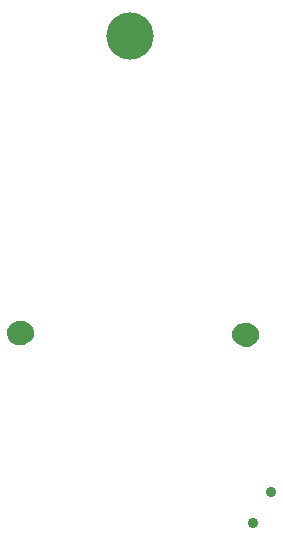
<source format=gbr>
%TF.GenerationSoftware,KiCad,Pcbnew,(6.0.7)*%
%TF.CreationDate,2022-12-12T17:27:47-06:00*%
%TF.ProjectId,LLK,4c4c4b2e-6b69-4636-9164-5f7063625858,rev?*%
%TF.SameCoordinates,Original*%
%TF.FileFunction,Soldermask,Top*%
%TF.FilePolarity,Negative*%
%FSLAX46Y46*%
G04 Gerber Fmt 4.6, Leading zero omitted, Abs format (unit mm)*
G04 Created by KiCad (PCBNEW (6.0.7)) date 2022-12-12 17:27:47*
%MOMM*%
%LPD*%
G01*
G04 APERTURE LIST*
%ADD10C,0.000000*%
%ADD11C,4.000000*%
%ADD12C,0.900000*%
G04 APERTURE END LIST*
D10*
G36*
X160773141Y-103497828D02*
G01*
X161073141Y-103617828D01*
X161343141Y-103817828D01*
X161533141Y-104087828D01*
X161593141Y-104277828D01*
X161603141Y-104497828D01*
X161583141Y-104707828D01*
X161543141Y-104857828D01*
X161463141Y-104997828D01*
X161193141Y-105247828D01*
X160883141Y-105417828D01*
X160733141Y-105467828D01*
X160503141Y-105517828D01*
X160333141Y-105507828D01*
X160123141Y-105447828D01*
X159793141Y-105287828D01*
X159543141Y-105077828D01*
X159383141Y-104807828D01*
X159313141Y-104537828D01*
X159333141Y-104247828D01*
X159463141Y-103957828D01*
X159573141Y-103807828D01*
X159843141Y-103597828D01*
X160033141Y-103537828D01*
X160153141Y-103497828D01*
X160463141Y-103457828D01*
X160773141Y-103497828D01*
G37*
G36*
X141700000Y-103350000D02*
G01*
X142000000Y-103470000D01*
X142270000Y-103670000D01*
X142460000Y-103940000D01*
X142520000Y-104130000D01*
X142530000Y-104350000D01*
X142510000Y-104560000D01*
X142470000Y-104710000D01*
X142390000Y-104850000D01*
X142120000Y-105100000D01*
X141810000Y-105270000D01*
X141660000Y-105320000D01*
X141430000Y-105370000D01*
X141260000Y-105360000D01*
X141050000Y-105300000D01*
X140720000Y-105140000D01*
X140470000Y-104930000D01*
X140310000Y-104660000D01*
X140240000Y-104390000D01*
X140260000Y-104100000D01*
X140390000Y-103810000D01*
X140500000Y-103660000D01*
X140770000Y-103450000D01*
X140960000Y-103390000D01*
X141080000Y-103350000D01*
X141390000Y-103310000D01*
X141700000Y-103350000D01*
G37*
D11*
%TO.C,REF\u002A\u002A*%
X150660000Y-79220000D03*
%TD*%
D12*
%TO.C,ON/OFF*%
X161125788Y-120394038D03*
X162625788Y-117795962D03*
%TD*%
M02*

</source>
